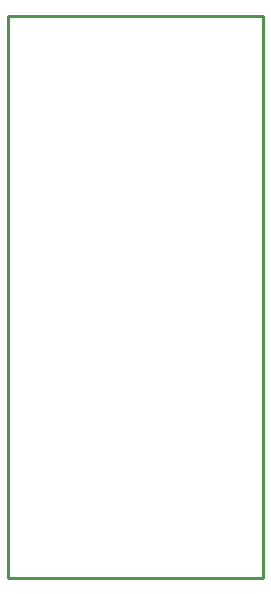
<source format=gm1>
G04*
G04 #@! TF.GenerationSoftware,Altium Limited,Altium Designer,20.1.14 (287)*
G04*
G04 Layer_Color=16711935*
%FSLAX25Y25*%
%MOIN*%
G70*
G04*
G04 #@! TF.SameCoordinates,C01F18E2-E006-4B54-A768-756A2DF816C6*
G04*
G04*
G04 #@! TF.FilePolarity,Positive*
G04*
G01*
G75*
%ADD11C,0.01000*%
D11*
X217500Y117500D02*
X302500D01*
Y305000D01*
X217500D02*
X302500D01*
X217500Y117500D02*
Y305000D01*
M02*

</source>
